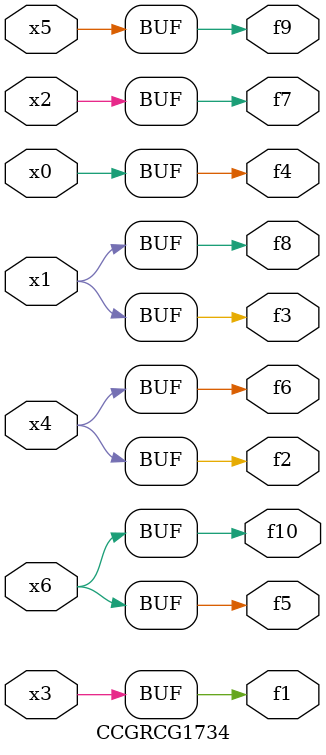
<source format=v>
module CCGRCG1734(
	input x0, x1, x2, x3, x4, x5, x6,
	output f1, f2, f3, f4, f5, f6, f7, f8, f9, f10
);
	assign f1 = x3;
	assign f2 = x4;
	assign f3 = x1;
	assign f4 = x0;
	assign f5 = x6;
	assign f6 = x4;
	assign f7 = x2;
	assign f8 = x1;
	assign f9 = x5;
	assign f10 = x6;
endmodule

</source>
